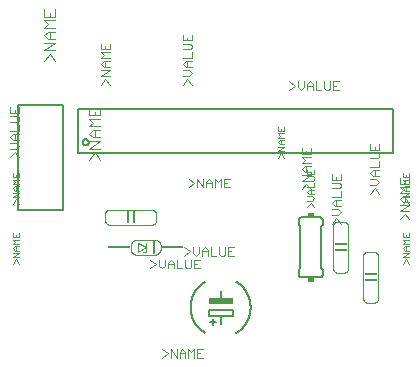
<source format=gto>
G75*
%MOIN*%
%OFA0B0*%
%FSLAX25Y25*%
%IPPOS*%
%LPD*%
%AMOC8*
5,1,8,0,0,1.08239X$1,22.5*
%
%ADD10C,0.00400*%
%ADD11C,0.00300*%
%ADD12R,0.01000X0.04000*%
%ADD13R,0.04000X0.01000*%
%ADD14C,0.00600*%
%ADD15R,0.08000X0.02000*%
%ADD16R,0.07250X0.00800*%
%ADD17R,0.01000X0.05000*%
%ADD18C,0.00500*%
%ADD19C,0.00200*%
%ADD20R,0.02000X0.01500*%
D10*
X0053200Y0043708D02*
X0053200Y0044708D01*
X0053202Y0044795D01*
X0053208Y0044882D01*
X0053217Y0044969D01*
X0053230Y0045055D01*
X0053247Y0045141D01*
X0053268Y0045226D01*
X0053293Y0045309D01*
X0053321Y0045392D01*
X0053352Y0045473D01*
X0053387Y0045553D01*
X0053426Y0045631D01*
X0053468Y0045708D01*
X0053513Y0045783D01*
X0053562Y0045855D01*
X0053613Y0045926D01*
X0053668Y0045994D01*
X0053725Y0046059D01*
X0053786Y0046122D01*
X0053849Y0046183D01*
X0053914Y0046240D01*
X0053982Y0046295D01*
X0054053Y0046346D01*
X0054125Y0046395D01*
X0054200Y0046440D01*
X0054277Y0046482D01*
X0054355Y0046521D01*
X0054435Y0046556D01*
X0054516Y0046587D01*
X0054599Y0046615D01*
X0054682Y0046640D01*
X0054767Y0046661D01*
X0054853Y0046678D01*
X0054939Y0046691D01*
X0055026Y0046700D01*
X0055113Y0046706D01*
X0055200Y0046708D01*
X0061200Y0046708D01*
X0061287Y0046706D01*
X0061374Y0046700D01*
X0061461Y0046691D01*
X0061547Y0046678D01*
X0061633Y0046661D01*
X0061718Y0046640D01*
X0061801Y0046615D01*
X0061884Y0046587D01*
X0061965Y0046556D01*
X0062045Y0046521D01*
X0062123Y0046482D01*
X0062200Y0046440D01*
X0062275Y0046395D01*
X0062347Y0046346D01*
X0062418Y0046295D01*
X0062486Y0046240D01*
X0062551Y0046183D01*
X0062614Y0046122D01*
X0062675Y0046059D01*
X0062732Y0045994D01*
X0062787Y0045926D01*
X0062838Y0045855D01*
X0062887Y0045783D01*
X0062932Y0045708D01*
X0062974Y0045631D01*
X0063013Y0045553D01*
X0063048Y0045473D01*
X0063079Y0045392D01*
X0063107Y0045309D01*
X0063132Y0045226D01*
X0063153Y0045141D01*
X0063170Y0045055D01*
X0063183Y0044969D01*
X0063192Y0044882D01*
X0063198Y0044795D01*
X0063200Y0044708D01*
X0063200Y0043708D01*
X0063198Y0043621D01*
X0063192Y0043534D01*
X0063183Y0043447D01*
X0063170Y0043361D01*
X0063153Y0043275D01*
X0063132Y0043190D01*
X0063107Y0043107D01*
X0063079Y0043024D01*
X0063048Y0042943D01*
X0063013Y0042863D01*
X0062974Y0042785D01*
X0062932Y0042708D01*
X0062887Y0042633D01*
X0062838Y0042561D01*
X0062787Y0042490D01*
X0062732Y0042422D01*
X0062675Y0042357D01*
X0062614Y0042294D01*
X0062551Y0042233D01*
X0062486Y0042176D01*
X0062418Y0042121D01*
X0062347Y0042070D01*
X0062275Y0042021D01*
X0062200Y0041976D01*
X0062123Y0041934D01*
X0062045Y0041895D01*
X0061965Y0041860D01*
X0061884Y0041829D01*
X0061801Y0041801D01*
X0061718Y0041776D01*
X0061633Y0041755D01*
X0061547Y0041738D01*
X0061461Y0041725D01*
X0061374Y0041716D01*
X0061287Y0041710D01*
X0061200Y0041708D01*
X0055200Y0041708D01*
X0055113Y0041710D01*
X0055026Y0041716D01*
X0054939Y0041725D01*
X0054853Y0041738D01*
X0054767Y0041755D01*
X0054682Y0041776D01*
X0054599Y0041801D01*
X0054516Y0041829D01*
X0054435Y0041860D01*
X0054355Y0041895D01*
X0054277Y0041934D01*
X0054200Y0041976D01*
X0054125Y0042021D01*
X0054053Y0042070D01*
X0053982Y0042121D01*
X0053914Y0042176D01*
X0053849Y0042233D01*
X0053786Y0042294D01*
X0053725Y0042357D01*
X0053668Y0042422D01*
X0053613Y0042490D01*
X0053562Y0042561D01*
X0053513Y0042633D01*
X0053468Y0042708D01*
X0053426Y0042785D01*
X0053387Y0042863D01*
X0053352Y0042943D01*
X0053321Y0043024D01*
X0053293Y0043107D01*
X0053268Y0043190D01*
X0053247Y0043275D01*
X0053230Y0043361D01*
X0053217Y0043447D01*
X0053208Y0043534D01*
X0053202Y0043621D01*
X0053200Y0043708D01*
X0046200Y0051708D02*
X0060200Y0051708D01*
X0060276Y0051710D01*
X0060352Y0051716D01*
X0060427Y0051725D01*
X0060502Y0051739D01*
X0060576Y0051756D01*
X0060649Y0051777D01*
X0060721Y0051801D01*
X0060792Y0051830D01*
X0060861Y0051861D01*
X0060928Y0051896D01*
X0060993Y0051935D01*
X0061057Y0051977D01*
X0061118Y0052022D01*
X0061177Y0052070D01*
X0061233Y0052121D01*
X0061287Y0052175D01*
X0061338Y0052231D01*
X0061386Y0052290D01*
X0061431Y0052351D01*
X0061473Y0052415D01*
X0061512Y0052480D01*
X0061547Y0052547D01*
X0061578Y0052616D01*
X0061607Y0052687D01*
X0061631Y0052759D01*
X0061652Y0052832D01*
X0061669Y0052906D01*
X0061683Y0052981D01*
X0061692Y0053056D01*
X0061698Y0053132D01*
X0061700Y0053208D01*
X0061700Y0055208D01*
X0061698Y0055284D01*
X0061692Y0055360D01*
X0061683Y0055435D01*
X0061669Y0055510D01*
X0061652Y0055584D01*
X0061631Y0055657D01*
X0061607Y0055729D01*
X0061578Y0055800D01*
X0061547Y0055869D01*
X0061512Y0055936D01*
X0061473Y0056001D01*
X0061431Y0056065D01*
X0061386Y0056126D01*
X0061338Y0056185D01*
X0061287Y0056241D01*
X0061233Y0056295D01*
X0061177Y0056346D01*
X0061118Y0056394D01*
X0061057Y0056439D01*
X0060993Y0056481D01*
X0060928Y0056520D01*
X0060861Y0056555D01*
X0060792Y0056586D01*
X0060721Y0056615D01*
X0060649Y0056639D01*
X0060576Y0056660D01*
X0060502Y0056677D01*
X0060427Y0056691D01*
X0060352Y0056700D01*
X0060276Y0056706D01*
X0060200Y0056708D01*
X0046200Y0056708D01*
X0046124Y0056706D01*
X0046048Y0056700D01*
X0045973Y0056691D01*
X0045898Y0056677D01*
X0045824Y0056660D01*
X0045751Y0056639D01*
X0045679Y0056615D01*
X0045608Y0056586D01*
X0045539Y0056555D01*
X0045472Y0056520D01*
X0045407Y0056481D01*
X0045343Y0056439D01*
X0045282Y0056394D01*
X0045223Y0056346D01*
X0045167Y0056295D01*
X0045113Y0056241D01*
X0045062Y0056185D01*
X0045014Y0056126D01*
X0044969Y0056065D01*
X0044927Y0056001D01*
X0044888Y0055936D01*
X0044853Y0055869D01*
X0044822Y0055800D01*
X0044793Y0055729D01*
X0044769Y0055657D01*
X0044748Y0055584D01*
X0044731Y0055510D01*
X0044717Y0055435D01*
X0044708Y0055360D01*
X0044702Y0055284D01*
X0044700Y0055208D01*
X0044700Y0053208D01*
X0044702Y0053132D01*
X0044708Y0053056D01*
X0044717Y0052981D01*
X0044731Y0052906D01*
X0044748Y0052832D01*
X0044769Y0052759D01*
X0044793Y0052687D01*
X0044822Y0052616D01*
X0044853Y0052547D01*
X0044888Y0052480D01*
X0044927Y0052415D01*
X0044969Y0052351D01*
X0045014Y0052290D01*
X0045062Y0052231D01*
X0045113Y0052175D01*
X0045167Y0052121D01*
X0045223Y0052070D01*
X0045282Y0052022D01*
X0045343Y0051977D01*
X0045407Y0051935D01*
X0045472Y0051896D01*
X0045539Y0051861D01*
X0045608Y0051830D01*
X0045679Y0051801D01*
X0045751Y0051777D01*
X0045824Y0051756D01*
X0045898Y0051739D01*
X0045973Y0051725D01*
X0046048Y0051716D01*
X0046124Y0051710D01*
X0046200Y0051708D01*
X0028000Y0106348D02*
X0026198Y0108750D01*
X0024397Y0106348D01*
X0024397Y0110032D02*
X0028000Y0112434D01*
X0024397Y0112434D01*
X0025598Y0113715D02*
X0024397Y0114916D01*
X0025598Y0116117D01*
X0028000Y0116117D01*
X0028000Y0117398D02*
X0024397Y0117398D01*
X0025598Y0118599D01*
X0024397Y0119800D01*
X0028000Y0119800D01*
X0028000Y0121081D02*
X0028000Y0123483D01*
X0028000Y0121081D02*
X0024397Y0121081D01*
X0024397Y0123483D01*
X0026198Y0122282D02*
X0026198Y0121081D01*
X0026198Y0116117D02*
X0026198Y0113715D01*
X0025598Y0113715D02*
X0028000Y0113715D01*
X0028000Y0110032D02*
X0024397Y0110032D01*
X0120700Y0051208D02*
X0120700Y0037208D01*
X0120702Y0037132D01*
X0120708Y0037056D01*
X0120717Y0036981D01*
X0120731Y0036906D01*
X0120748Y0036832D01*
X0120769Y0036759D01*
X0120793Y0036687D01*
X0120822Y0036616D01*
X0120853Y0036547D01*
X0120888Y0036480D01*
X0120927Y0036415D01*
X0120969Y0036351D01*
X0121014Y0036290D01*
X0121062Y0036231D01*
X0121113Y0036175D01*
X0121167Y0036121D01*
X0121223Y0036070D01*
X0121282Y0036022D01*
X0121343Y0035977D01*
X0121407Y0035935D01*
X0121472Y0035896D01*
X0121539Y0035861D01*
X0121608Y0035830D01*
X0121679Y0035801D01*
X0121751Y0035777D01*
X0121824Y0035756D01*
X0121898Y0035739D01*
X0121973Y0035725D01*
X0122048Y0035716D01*
X0122124Y0035710D01*
X0122200Y0035708D01*
X0124200Y0035708D01*
X0124276Y0035710D01*
X0124352Y0035716D01*
X0124427Y0035725D01*
X0124502Y0035739D01*
X0124576Y0035756D01*
X0124649Y0035777D01*
X0124721Y0035801D01*
X0124792Y0035830D01*
X0124861Y0035861D01*
X0124928Y0035896D01*
X0124993Y0035935D01*
X0125057Y0035977D01*
X0125118Y0036022D01*
X0125177Y0036070D01*
X0125233Y0036121D01*
X0125287Y0036175D01*
X0125338Y0036231D01*
X0125386Y0036290D01*
X0125431Y0036351D01*
X0125473Y0036415D01*
X0125512Y0036480D01*
X0125547Y0036547D01*
X0125578Y0036616D01*
X0125607Y0036687D01*
X0125631Y0036759D01*
X0125652Y0036832D01*
X0125669Y0036906D01*
X0125683Y0036981D01*
X0125692Y0037056D01*
X0125698Y0037132D01*
X0125700Y0037208D01*
X0125700Y0051208D01*
X0125698Y0051284D01*
X0125692Y0051360D01*
X0125683Y0051435D01*
X0125669Y0051510D01*
X0125652Y0051584D01*
X0125631Y0051657D01*
X0125607Y0051729D01*
X0125578Y0051800D01*
X0125547Y0051869D01*
X0125512Y0051936D01*
X0125473Y0052001D01*
X0125431Y0052065D01*
X0125386Y0052126D01*
X0125338Y0052185D01*
X0125287Y0052241D01*
X0125233Y0052295D01*
X0125177Y0052346D01*
X0125118Y0052394D01*
X0125057Y0052439D01*
X0124993Y0052481D01*
X0124928Y0052520D01*
X0124861Y0052555D01*
X0124792Y0052586D01*
X0124721Y0052615D01*
X0124649Y0052639D01*
X0124576Y0052660D01*
X0124502Y0052677D01*
X0124427Y0052691D01*
X0124352Y0052700D01*
X0124276Y0052706D01*
X0124200Y0052708D01*
X0122200Y0052708D01*
X0122124Y0052706D01*
X0122048Y0052700D01*
X0121973Y0052691D01*
X0121898Y0052677D01*
X0121824Y0052660D01*
X0121751Y0052639D01*
X0121679Y0052615D01*
X0121608Y0052586D01*
X0121539Y0052555D01*
X0121472Y0052520D01*
X0121407Y0052481D01*
X0121343Y0052439D01*
X0121282Y0052394D01*
X0121223Y0052346D01*
X0121167Y0052295D01*
X0121113Y0052241D01*
X0121062Y0052185D01*
X0121014Y0052126D01*
X0120969Y0052065D01*
X0120927Y0052001D01*
X0120888Y0051936D01*
X0120853Y0051869D01*
X0120822Y0051800D01*
X0120793Y0051729D01*
X0120769Y0051657D01*
X0120748Y0051584D01*
X0120731Y0051510D01*
X0120717Y0051435D01*
X0120708Y0051360D01*
X0120702Y0051284D01*
X0120700Y0051208D01*
X0130700Y0041208D02*
X0130700Y0027208D01*
X0130702Y0027132D01*
X0130708Y0027056D01*
X0130717Y0026981D01*
X0130731Y0026906D01*
X0130748Y0026832D01*
X0130769Y0026759D01*
X0130793Y0026687D01*
X0130822Y0026616D01*
X0130853Y0026547D01*
X0130888Y0026480D01*
X0130927Y0026415D01*
X0130969Y0026351D01*
X0131014Y0026290D01*
X0131062Y0026231D01*
X0131113Y0026175D01*
X0131167Y0026121D01*
X0131223Y0026070D01*
X0131282Y0026022D01*
X0131343Y0025977D01*
X0131407Y0025935D01*
X0131472Y0025896D01*
X0131539Y0025861D01*
X0131608Y0025830D01*
X0131679Y0025801D01*
X0131751Y0025777D01*
X0131824Y0025756D01*
X0131898Y0025739D01*
X0131973Y0025725D01*
X0132048Y0025716D01*
X0132124Y0025710D01*
X0132200Y0025708D01*
X0134200Y0025708D01*
X0134276Y0025710D01*
X0134352Y0025716D01*
X0134427Y0025725D01*
X0134502Y0025739D01*
X0134576Y0025756D01*
X0134649Y0025777D01*
X0134721Y0025801D01*
X0134792Y0025830D01*
X0134861Y0025861D01*
X0134928Y0025896D01*
X0134993Y0025935D01*
X0135057Y0025977D01*
X0135118Y0026022D01*
X0135177Y0026070D01*
X0135233Y0026121D01*
X0135287Y0026175D01*
X0135338Y0026231D01*
X0135386Y0026290D01*
X0135431Y0026351D01*
X0135473Y0026415D01*
X0135512Y0026480D01*
X0135547Y0026547D01*
X0135578Y0026616D01*
X0135607Y0026687D01*
X0135631Y0026759D01*
X0135652Y0026832D01*
X0135669Y0026906D01*
X0135683Y0026981D01*
X0135692Y0027056D01*
X0135698Y0027132D01*
X0135700Y0027208D01*
X0135700Y0041208D01*
X0135698Y0041284D01*
X0135692Y0041360D01*
X0135683Y0041435D01*
X0135669Y0041510D01*
X0135652Y0041584D01*
X0135631Y0041657D01*
X0135607Y0041729D01*
X0135578Y0041800D01*
X0135547Y0041869D01*
X0135512Y0041936D01*
X0135473Y0042001D01*
X0135431Y0042065D01*
X0135386Y0042126D01*
X0135338Y0042185D01*
X0135287Y0042241D01*
X0135233Y0042295D01*
X0135177Y0042346D01*
X0135118Y0042394D01*
X0135057Y0042439D01*
X0134993Y0042481D01*
X0134928Y0042520D01*
X0134861Y0042555D01*
X0134792Y0042586D01*
X0134721Y0042615D01*
X0134649Y0042639D01*
X0134576Y0042660D01*
X0134502Y0042677D01*
X0134427Y0042691D01*
X0134352Y0042700D01*
X0134276Y0042706D01*
X0134200Y0042708D01*
X0132200Y0042708D01*
X0132124Y0042706D01*
X0132048Y0042700D01*
X0131973Y0042691D01*
X0131898Y0042677D01*
X0131824Y0042660D01*
X0131751Y0042639D01*
X0131679Y0042615D01*
X0131608Y0042586D01*
X0131539Y0042555D01*
X0131472Y0042520D01*
X0131407Y0042481D01*
X0131343Y0042439D01*
X0131282Y0042394D01*
X0131223Y0042346D01*
X0131167Y0042295D01*
X0131113Y0042241D01*
X0131062Y0042185D01*
X0131014Y0042126D01*
X0130969Y0042065D01*
X0130927Y0042001D01*
X0130888Y0041936D01*
X0130853Y0041869D01*
X0130822Y0041800D01*
X0130793Y0041729D01*
X0130769Y0041657D01*
X0130748Y0041584D01*
X0130731Y0041510D01*
X0130717Y0041435D01*
X0130708Y0041360D01*
X0130702Y0041284D01*
X0130700Y0041208D01*
D11*
X0123250Y0052037D02*
X0121799Y0053972D01*
X0120348Y0052037D01*
X0120348Y0054984D02*
X0122283Y0054984D01*
X0123250Y0055951D01*
X0122283Y0056919D01*
X0120348Y0056919D01*
X0121315Y0057930D02*
X0120348Y0058898D01*
X0121315Y0059865D01*
X0123250Y0059865D01*
X0123250Y0060877D02*
X0123250Y0062812D01*
X0122766Y0063823D02*
X0123250Y0064307D01*
X0123250Y0065274D01*
X0122766Y0065758D01*
X0120348Y0065758D01*
X0120348Y0066770D02*
X0123250Y0066770D01*
X0123250Y0068705D01*
X0121799Y0067737D02*
X0121799Y0066770D01*
X0120348Y0066770D02*
X0120348Y0068705D01*
X0120348Y0063823D02*
X0122766Y0063823D01*
X0123250Y0060877D02*
X0120348Y0060877D01*
X0121799Y0059865D02*
X0121799Y0057930D01*
X0121315Y0057930D02*
X0123250Y0057930D01*
X0133148Y0062037D02*
X0134599Y0063972D01*
X0136050Y0062037D01*
X0135083Y0064984D02*
X0133148Y0064984D01*
X0135083Y0064984D02*
X0136050Y0065951D01*
X0135083Y0066919D01*
X0133148Y0066919D01*
X0134115Y0067930D02*
X0133148Y0068898D01*
X0134115Y0069865D01*
X0136050Y0069865D01*
X0136050Y0070877D02*
X0133148Y0070877D01*
X0134599Y0069865D02*
X0134599Y0067930D01*
X0134115Y0067930D02*
X0136050Y0067930D01*
X0136050Y0070877D02*
X0136050Y0072812D01*
X0135566Y0073823D02*
X0133148Y0073823D01*
X0133148Y0075758D02*
X0135566Y0075758D01*
X0136050Y0075274D01*
X0136050Y0074307D01*
X0135566Y0073823D01*
X0136050Y0076770D02*
X0133148Y0076770D01*
X0133148Y0078705D01*
X0134599Y0077737D02*
X0134599Y0076770D01*
X0136050Y0076770D02*
X0136050Y0078705D01*
X0143148Y0067231D02*
X0143148Y0065296D01*
X0146050Y0065296D01*
X0146050Y0067231D01*
X0144599Y0066264D02*
X0144599Y0065296D01*
X0143148Y0064285D02*
X0146050Y0064285D01*
X0146050Y0062350D02*
X0143148Y0062350D01*
X0144115Y0063317D01*
X0143148Y0064285D01*
X0144115Y0061338D02*
X0146050Y0061338D01*
X0144599Y0061338D02*
X0144599Y0059403D01*
X0144115Y0059403D02*
X0146050Y0059403D01*
X0146050Y0058392D02*
X0143148Y0058392D01*
X0144115Y0059403D02*
X0143148Y0060371D01*
X0144115Y0061338D01*
X0146050Y0058392D02*
X0143148Y0056457D01*
X0146050Y0056457D01*
X0144599Y0055445D02*
X0146050Y0053510D01*
X0144599Y0055445D02*
X0143148Y0053510D01*
X0113250Y0063510D02*
X0111799Y0065445D01*
X0110348Y0063510D01*
X0110348Y0066457D02*
X0113250Y0068392D01*
X0110348Y0068392D01*
X0111315Y0069403D02*
X0110348Y0070371D01*
X0111315Y0071338D01*
X0113250Y0071338D01*
X0113250Y0072350D02*
X0110348Y0072350D01*
X0111315Y0073317D01*
X0110348Y0074285D01*
X0113250Y0074285D01*
X0113250Y0075296D02*
X0110348Y0075296D01*
X0110348Y0077231D01*
X0111799Y0076264D02*
X0111799Y0075296D01*
X0113250Y0075296D02*
X0113250Y0077231D01*
X0111799Y0071338D02*
X0111799Y0069403D01*
X0111315Y0069403D02*
X0113250Y0069403D01*
X0113250Y0066457D02*
X0110348Y0066457D01*
X0086223Y0067060D02*
X0084288Y0067060D01*
X0084288Y0064158D01*
X0086223Y0064158D01*
X0085256Y0065609D02*
X0084288Y0065609D01*
X0083277Y0067060D02*
X0083277Y0064158D01*
X0081342Y0064158D02*
X0081342Y0067060D01*
X0082309Y0066093D01*
X0083277Y0067060D01*
X0080330Y0066093D02*
X0080330Y0064158D01*
X0080330Y0065609D02*
X0078395Y0065609D01*
X0078395Y0066093D02*
X0079363Y0067060D01*
X0080330Y0066093D01*
X0078395Y0066093D02*
X0078395Y0064158D01*
X0077384Y0064158D02*
X0077384Y0067060D01*
X0075449Y0067060D02*
X0075449Y0064158D01*
X0074437Y0065609D02*
X0072502Y0064158D01*
X0074437Y0065609D02*
X0072502Y0067060D01*
X0075449Y0067060D02*
X0077384Y0064158D01*
X0058450Y0045708D02*
X0058450Y0044208D01*
X0058450Y0042708D01*
X0057200Y0042708D01*
X0055700Y0042708D02*
X0058450Y0044208D01*
X0055700Y0045708D01*
X0055700Y0042708D01*
X0059671Y0040060D02*
X0061606Y0038609D01*
X0059671Y0037158D01*
X0062617Y0038125D02*
X0062617Y0040060D01*
X0062617Y0038125D02*
X0063585Y0037158D01*
X0064552Y0038125D01*
X0064552Y0040060D01*
X0065564Y0039093D02*
X0066531Y0040060D01*
X0067499Y0039093D01*
X0067499Y0037158D01*
X0068510Y0037158D02*
X0070445Y0037158D01*
X0071457Y0037642D02*
X0071941Y0037158D01*
X0072908Y0037158D01*
X0073392Y0037642D01*
X0073392Y0040060D01*
X0074403Y0040060D02*
X0074403Y0037158D01*
X0076338Y0037158D01*
X0075371Y0038609D02*
X0074403Y0038609D01*
X0074403Y0040060D02*
X0076338Y0040060D01*
X0076922Y0041358D02*
X0076922Y0043293D01*
X0077890Y0044260D01*
X0078857Y0043293D01*
X0078857Y0041358D01*
X0079869Y0041358D02*
X0081804Y0041358D01*
X0082815Y0041842D02*
X0083299Y0041358D01*
X0084266Y0041358D01*
X0084750Y0041842D01*
X0084750Y0044260D01*
X0085762Y0044260D02*
X0085762Y0041358D01*
X0087697Y0041358D01*
X0086729Y0042809D02*
X0085762Y0042809D01*
X0085762Y0044260D02*
X0087697Y0044260D01*
X0082815Y0044260D02*
X0082815Y0041842D01*
X0079869Y0041358D02*
X0079869Y0044260D01*
X0078857Y0042809D02*
X0076922Y0042809D01*
X0075911Y0042325D02*
X0075911Y0044260D01*
X0075911Y0042325D02*
X0074943Y0041358D01*
X0073976Y0042325D01*
X0073976Y0044260D01*
X0072964Y0042809D02*
X0071029Y0041358D01*
X0071457Y0040060D02*
X0071457Y0037642D01*
X0068510Y0037158D02*
X0068510Y0040060D01*
X0067499Y0038609D02*
X0065564Y0038609D01*
X0065564Y0039093D02*
X0065564Y0037158D01*
X0071029Y0044260D02*
X0072964Y0042809D01*
X0072457Y0010260D02*
X0073424Y0009293D01*
X0074392Y0010260D01*
X0074392Y0007358D01*
X0075403Y0007358D02*
X0077338Y0007358D01*
X0076371Y0008809D02*
X0075403Y0008809D01*
X0075403Y0010260D02*
X0075403Y0007358D01*
X0072457Y0007358D02*
X0072457Y0010260D01*
X0071445Y0009293D02*
X0071445Y0007358D01*
X0071445Y0008809D02*
X0069510Y0008809D01*
X0069510Y0009293D02*
X0070478Y0010260D01*
X0071445Y0009293D01*
X0069510Y0009293D02*
X0069510Y0007358D01*
X0068499Y0007358D02*
X0068499Y0010260D01*
X0066564Y0010260D02*
X0068499Y0007358D01*
X0066564Y0007358D02*
X0066564Y0010260D01*
X0065552Y0008809D02*
X0063617Y0007358D01*
X0065552Y0008809D02*
X0063617Y0010260D01*
X0075403Y0010260D02*
X0077338Y0010260D01*
X0043050Y0073442D02*
X0041198Y0075911D01*
X0039347Y0073442D01*
X0039347Y0077125D02*
X0043050Y0079594D01*
X0039347Y0079594D01*
X0040581Y0080808D02*
X0039347Y0082043D01*
X0040581Y0083277D01*
X0043050Y0083277D01*
X0043050Y0084492D02*
X0039347Y0084492D01*
X0040581Y0085726D01*
X0039347Y0086960D01*
X0043050Y0086960D01*
X0043050Y0088175D02*
X0043050Y0090644D01*
X0041198Y0089409D02*
X0041198Y0088175D01*
X0039347Y0088175D02*
X0043050Y0088175D01*
X0039347Y0088175D02*
X0039347Y0090644D01*
X0043348Y0098395D02*
X0044799Y0100330D01*
X0046250Y0098395D01*
X0046250Y0101342D02*
X0043348Y0101342D01*
X0046250Y0103277D01*
X0043348Y0103277D01*
X0044315Y0104288D02*
X0043348Y0105256D01*
X0044315Y0106223D01*
X0046250Y0106223D01*
X0046250Y0107235D02*
X0043348Y0107235D01*
X0044315Y0108202D01*
X0043348Y0109170D01*
X0046250Y0109170D01*
X0046250Y0110181D02*
X0046250Y0112116D01*
X0044799Y0111149D02*
X0044799Y0110181D01*
X0043348Y0110181D02*
X0046250Y0110181D01*
X0043348Y0110181D02*
X0043348Y0112116D01*
X0044799Y0106223D02*
X0044799Y0104288D01*
X0044315Y0104288D02*
X0046250Y0104288D01*
X0041198Y0083277D02*
X0041198Y0080808D01*
X0040581Y0080808D02*
X0043050Y0080808D01*
X0043050Y0077125D02*
X0039347Y0077125D01*
X0016050Y0078093D02*
X0015083Y0077125D01*
X0013148Y0077125D01*
X0014599Y0076114D02*
X0016050Y0074179D01*
X0014599Y0076114D02*
X0013148Y0074179D01*
X0016050Y0078093D02*
X0015083Y0079060D01*
X0013148Y0079060D01*
X0014115Y0080072D02*
X0013148Y0081039D01*
X0014115Y0082007D01*
X0016050Y0082007D01*
X0016050Y0083018D02*
X0016050Y0084953D01*
X0015566Y0085965D02*
X0016050Y0086449D01*
X0016050Y0087416D01*
X0015566Y0087900D01*
X0013148Y0087900D01*
X0013148Y0088911D02*
X0016050Y0088911D01*
X0016050Y0090846D01*
X0014599Y0089879D02*
X0014599Y0088911D01*
X0013148Y0088911D02*
X0013148Y0090846D01*
X0013148Y0085965D02*
X0015566Y0085965D01*
X0016050Y0083018D02*
X0013148Y0083018D01*
X0014599Y0082007D02*
X0014599Y0080072D01*
X0014115Y0080072D02*
X0016050Y0080072D01*
X0070648Y0098395D02*
X0072099Y0100330D01*
X0073550Y0098395D01*
X0072583Y0101342D02*
X0070648Y0101342D01*
X0072583Y0101342D02*
X0073550Y0102309D01*
X0072583Y0103277D01*
X0070648Y0103277D01*
X0071615Y0104288D02*
X0070648Y0105256D01*
X0071615Y0106223D01*
X0073550Y0106223D01*
X0073550Y0107235D02*
X0070648Y0107235D01*
X0072099Y0106223D02*
X0072099Y0104288D01*
X0071615Y0104288D02*
X0073550Y0104288D01*
X0073550Y0107235D02*
X0073550Y0109170D01*
X0073066Y0110181D02*
X0070648Y0110181D01*
X0070648Y0112116D02*
X0073066Y0112116D01*
X0073550Y0111633D01*
X0073550Y0110665D01*
X0073066Y0110181D01*
X0073550Y0113128D02*
X0070648Y0113128D01*
X0070648Y0115063D01*
X0072099Y0114095D02*
X0072099Y0113128D01*
X0073550Y0113128D02*
X0073550Y0115063D01*
X0106029Y0099560D02*
X0107964Y0098109D01*
X0106029Y0096658D01*
X0108976Y0097625D02*
X0108976Y0099560D01*
X0110911Y0099560D02*
X0110911Y0097625D01*
X0109943Y0096658D01*
X0108976Y0097625D01*
X0111922Y0098109D02*
X0113857Y0098109D01*
X0113857Y0098593D02*
X0113857Y0096658D01*
X0114869Y0096658D02*
X0116804Y0096658D01*
X0117815Y0097142D02*
X0118299Y0096658D01*
X0119266Y0096658D01*
X0119750Y0097142D01*
X0119750Y0099560D01*
X0120762Y0099560D02*
X0120762Y0096658D01*
X0122697Y0096658D01*
X0121729Y0098109D02*
X0120762Y0098109D01*
X0120762Y0099560D02*
X0122697Y0099560D01*
X0117815Y0099560D02*
X0117815Y0097142D01*
X0114869Y0096658D02*
X0114869Y0099560D01*
X0113857Y0098593D02*
X0112890Y0099560D01*
X0111922Y0098593D01*
X0111922Y0096658D01*
D12*
X0054200Y0054208D03*
X0052200Y0054208D03*
D13*
X0123200Y0045208D03*
X0123200Y0043208D03*
X0133200Y0035208D03*
X0133200Y0033208D03*
D14*
X0117200Y0035208D02*
X0117200Y0036708D01*
X0116700Y0037208D01*
X0116700Y0051208D01*
X0117200Y0051708D01*
X0117200Y0053208D01*
X0117198Y0053268D01*
X0117193Y0053329D01*
X0117184Y0053388D01*
X0117171Y0053447D01*
X0117155Y0053506D01*
X0117135Y0053563D01*
X0117112Y0053618D01*
X0117085Y0053673D01*
X0117056Y0053725D01*
X0117023Y0053776D01*
X0116987Y0053825D01*
X0116949Y0053871D01*
X0116907Y0053915D01*
X0116863Y0053957D01*
X0116817Y0053995D01*
X0116768Y0054031D01*
X0116717Y0054064D01*
X0116665Y0054093D01*
X0116610Y0054120D01*
X0116555Y0054143D01*
X0116498Y0054163D01*
X0116439Y0054179D01*
X0116380Y0054192D01*
X0116321Y0054201D01*
X0116260Y0054206D01*
X0116200Y0054208D01*
X0110200Y0054208D01*
X0110140Y0054206D01*
X0110079Y0054201D01*
X0110020Y0054192D01*
X0109961Y0054179D01*
X0109902Y0054163D01*
X0109845Y0054143D01*
X0109790Y0054120D01*
X0109735Y0054093D01*
X0109683Y0054064D01*
X0109632Y0054031D01*
X0109583Y0053995D01*
X0109537Y0053957D01*
X0109493Y0053915D01*
X0109451Y0053871D01*
X0109413Y0053825D01*
X0109377Y0053776D01*
X0109344Y0053725D01*
X0109315Y0053673D01*
X0109288Y0053618D01*
X0109265Y0053563D01*
X0109245Y0053506D01*
X0109229Y0053447D01*
X0109216Y0053388D01*
X0109207Y0053329D01*
X0109202Y0053268D01*
X0109200Y0053208D01*
X0109200Y0051708D01*
X0109700Y0051208D01*
X0109700Y0037208D01*
X0109200Y0036708D01*
X0109200Y0035208D01*
X0109202Y0035148D01*
X0109207Y0035087D01*
X0109216Y0035028D01*
X0109229Y0034969D01*
X0109245Y0034910D01*
X0109265Y0034853D01*
X0109288Y0034798D01*
X0109315Y0034743D01*
X0109344Y0034691D01*
X0109377Y0034640D01*
X0109413Y0034591D01*
X0109451Y0034545D01*
X0109493Y0034501D01*
X0109537Y0034459D01*
X0109583Y0034421D01*
X0109632Y0034385D01*
X0109683Y0034352D01*
X0109735Y0034323D01*
X0109790Y0034296D01*
X0109845Y0034273D01*
X0109902Y0034253D01*
X0109961Y0034237D01*
X0110020Y0034224D01*
X0110079Y0034215D01*
X0110140Y0034210D01*
X0110200Y0034208D01*
X0116200Y0034208D01*
X0116260Y0034210D01*
X0116321Y0034215D01*
X0116380Y0034224D01*
X0116439Y0034237D01*
X0116498Y0034253D01*
X0116555Y0034273D01*
X0116610Y0034296D01*
X0116665Y0034323D01*
X0116717Y0034352D01*
X0116768Y0034385D01*
X0116817Y0034421D01*
X0116863Y0034459D01*
X0116907Y0034501D01*
X0116949Y0034545D01*
X0116987Y0034591D01*
X0117023Y0034640D01*
X0117056Y0034691D01*
X0117085Y0034743D01*
X0117112Y0034798D01*
X0117135Y0034853D01*
X0117155Y0034910D01*
X0117171Y0034969D01*
X0117184Y0035028D01*
X0117193Y0035087D01*
X0117198Y0035148D01*
X0117200Y0035208D01*
X0117198Y0035148D01*
X0117193Y0035087D01*
X0117184Y0035028D01*
X0117171Y0034969D01*
X0117155Y0034910D01*
X0117135Y0034853D01*
X0117112Y0034798D01*
X0117085Y0034743D01*
X0117056Y0034691D01*
X0117023Y0034640D01*
X0116987Y0034591D01*
X0116949Y0034545D01*
X0116907Y0034501D01*
X0116863Y0034459D01*
X0116817Y0034421D01*
X0116768Y0034385D01*
X0116717Y0034352D01*
X0116665Y0034323D01*
X0116610Y0034296D01*
X0116555Y0034273D01*
X0116498Y0034253D01*
X0116439Y0034237D01*
X0116380Y0034224D01*
X0116321Y0034215D01*
X0116260Y0034210D01*
X0116200Y0034208D01*
X0110200Y0034208D02*
X0110140Y0034210D01*
X0110079Y0034215D01*
X0110020Y0034224D01*
X0109961Y0034237D01*
X0109902Y0034253D01*
X0109845Y0034273D01*
X0109790Y0034296D01*
X0109735Y0034323D01*
X0109683Y0034352D01*
X0109632Y0034385D01*
X0109583Y0034421D01*
X0109537Y0034459D01*
X0109493Y0034501D01*
X0109451Y0034545D01*
X0109413Y0034591D01*
X0109377Y0034640D01*
X0109344Y0034691D01*
X0109315Y0034743D01*
X0109288Y0034798D01*
X0109265Y0034853D01*
X0109245Y0034910D01*
X0109229Y0034969D01*
X0109216Y0035028D01*
X0109207Y0035087D01*
X0109202Y0035148D01*
X0109200Y0035208D01*
X0109200Y0053208D02*
X0109202Y0053268D01*
X0109207Y0053329D01*
X0109216Y0053388D01*
X0109229Y0053447D01*
X0109245Y0053506D01*
X0109265Y0053563D01*
X0109288Y0053618D01*
X0109315Y0053673D01*
X0109344Y0053725D01*
X0109377Y0053776D01*
X0109413Y0053825D01*
X0109451Y0053871D01*
X0109493Y0053915D01*
X0109537Y0053957D01*
X0109583Y0053995D01*
X0109632Y0054031D01*
X0109683Y0054064D01*
X0109735Y0054093D01*
X0109790Y0054120D01*
X0109845Y0054143D01*
X0109902Y0054163D01*
X0109961Y0054179D01*
X0110020Y0054192D01*
X0110079Y0054201D01*
X0110140Y0054206D01*
X0110200Y0054208D01*
X0116200Y0054208D02*
X0116260Y0054206D01*
X0116321Y0054201D01*
X0116380Y0054192D01*
X0116439Y0054179D01*
X0116498Y0054163D01*
X0116555Y0054143D01*
X0116610Y0054120D01*
X0116665Y0054093D01*
X0116717Y0054064D01*
X0116768Y0054031D01*
X0116817Y0053995D01*
X0116863Y0053957D01*
X0116907Y0053915D01*
X0116949Y0053871D01*
X0116987Y0053825D01*
X0117023Y0053776D01*
X0117056Y0053725D01*
X0117085Y0053673D01*
X0117112Y0053618D01*
X0117135Y0053563D01*
X0117155Y0053506D01*
X0117171Y0053447D01*
X0117184Y0053388D01*
X0117193Y0053329D01*
X0117198Y0053268D01*
X0117200Y0053208D01*
X0140700Y0075708D02*
X0140700Y0090208D01*
X0035700Y0090208D01*
X0035700Y0075708D01*
X0140700Y0075708D01*
X0083200Y0029708D02*
X0083200Y0026708D01*
X0088488Y0032695D02*
X0088694Y0032564D01*
X0088896Y0032427D01*
X0089095Y0032285D01*
X0089291Y0032139D01*
X0089483Y0031988D01*
X0089671Y0031832D01*
X0089855Y0031672D01*
X0090035Y0031507D01*
X0090212Y0031338D01*
X0090384Y0031165D01*
X0090551Y0030987D01*
X0090715Y0030806D01*
X0090874Y0030620D01*
X0091028Y0030431D01*
X0091178Y0030238D01*
X0091322Y0030041D01*
X0091463Y0029841D01*
X0091598Y0029638D01*
X0091728Y0029431D01*
X0091853Y0029221D01*
X0091973Y0029008D01*
X0092087Y0028793D01*
X0092196Y0028574D01*
X0092300Y0028353D01*
X0092399Y0028130D01*
X0092492Y0027904D01*
X0092579Y0027676D01*
X0092661Y0027446D01*
X0092738Y0027214D01*
X0092808Y0026980D01*
X0092873Y0026744D01*
X0092932Y0026507D01*
X0092985Y0026269D01*
X0093033Y0026030D01*
X0093074Y0025789D01*
X0093110Y0025547D01*
X0093140Y0025305D01*
X0093163Y0025062D01*
X0093181Y0024818D01*
X0093193Y0024574D01*
X0093199Y0024330D01*
X0093199Y0024086D01*
X0093193Y0023842D01*
X0093181Y0023598D01*
X0093163Y0023354D01*
X0093140Y0023111D01*
X0093110Y0022869D01*
X0093074Y0022627D01*
X0093033Y0022386D01*
X0092985Y0022147D01*
X0092932Y0021909D01*
X0092873Y0021672D01*
X0092808Y0021436D01*
X0092738Y0021202D01*
X0092661Y0020970D01*
X0092579Y0020740D01*
X0092492Y0020512D01*
X0092399Y0020286D01*
X0092300Y0020063D01*
X0092196Y0019842D01*
X0092087Y0019623D01*
X0091973Y0019408D01*
X0091853Y0019195D01*
X0091728Y0018985D01*
X0091598Y0018778D01*
X0091463Y0018575D01*
X0091322Y0018375D01*
X0091178Y0018178D01*
X0091028Y0017985D01*
X0090874Y0017796D01*
X0090715Y0017610D01*
X0090551Y0017429D01*
X0090384Y0017251D01*
X0090212Y0017078D01*
X0090035Y0016909D01*
X0089855Y0016744D01*
X0089671Y0016584D01*
X0089483Y0016428D01*
X0089291Y0016277D01*
X0089095Y0016131D01*
X0088896Y0015989D01*
X0088694Y0015852D01*
X0088488Y0015721D01*
X0083200Y0018708D02*
X0083200Y0021208D01*
X0079200Y0021208D01*
X0079200Y0023208D01*
X0087200Y0023208D01*
X0087200Y0021208D01*
X0083200Y0021208D01*
X0081700Y0019208D02*
X0079700Y0019208D01*
X0080700Y0018208D02*
X0080700Y0020208D01*
X0077912Y0015721D02*
X0077706Y0015852D01*
X0077504Y0015989D01*
X0077305Y0016131D01*
X0077109Y0016277D01*
X0076917Y0016428D01*
X0076729Y0016584D01*
X0076545Y0016744D01*
X0076365Y0016909D01*
X0076188Y0017078D01*
X0076016Y0017251D01*
X0075849Y0017429D01*
X0075685Y0017610D01*
X0075526Y0017796D01*
X0075372Y0017985D01*
X0075222Y0018178D01*
X0075078Y0018375D01*
X0074937Y0018575D01*
X0074802Y0018778D01*
X0074672Y0018985D01*
X0074547Y0019195D01*
X0074427Y0019408D01*
X0074313Y0019623D01*
X0074204Y0019842D01*
X0074100Y0020063D01*
X0074001Y0020286D01*
X0073908Y0020512D01*
X0073821Y0020740D01*
X0073739Y0020970D01*
X0073662Y0021202D01*
X0073592Y0021436D01*
X0073527Y0021672D01*
X0073468Y0021909D01*
X0073415Y0022147D01*
X0073367Y0022386D01*
X0073326Y0022627D01*
X0073290Y0022869D01*
X0073260Y0023111D01*
X0073237Y0023354D01*
X0073219Y0023598D01*
X0073207Y0023842D01*
X0073201Y0024086D01*
X0073201Y0024330D01*
X0073207Y0024574D01*
X0073219Y0024818D01*
X0073237Y0025062D01*
X0073260Y0025305D01*
X0073290Y0025547D01*
X0073326Y0025789D01*
X0073367Y0026030D01*
X0073415Y0026269D01*
X0073468Y0026507D01*
X0073527Y0026744D01*
X0073592Y0026980D01*
X0073662Y0027214D01*
X0073739Y0027446D01*
X0073821Y0027676D01*
X0073908Y0027904D01*
X0074001Y0028130D01*
X0074100Y0028353D01*
X0074204Y0028574D01*
X0074313Y0028793D01*
X0074427Y0029008D01*
X0074547Y0029221D01*
X0074672Y0029431D01*
X0074802Y0029638D01*
X0074937Y0029841D01*
X0075078Y0030041D01*
X0075222Y0030238D01*
X0075372Y0030431D01*
X0075526Y0030620D01*
X0075685Y0030806D01*
X0075849Y0030987D01*
X0076016Y0031165D01*
X0076188Y0031338D01*
X0076365Y0031507D01*
X0076545Y0031672D01*
X0076729Y0031832D01*
X0076917Y0031988D01*
X0077109Y0032139D01*
X0077305Y0032285D01*
X0077504Y0032427D01*
X0077706Y0032564D01*
X0077912Y0032695D01*
D15*
X0083200Y0026208D03*
D16*
X0067075Y0044208D03*
X0049325Y0044208D03*
D17*
X0060950Y0044208D03*
D18*
X0030700Y0056708D02*
X0030700Y0091708D01*
X0015700Y0091708D01*
X0015700Y0056708D01*
X0030700Y0056708D01*
X0037200Y0079208D02*
X0037202Y0079271D01*
X0037208Y0079333D01*
X0037218Y0079395D01*
X0037231Y0079457D01*
X0037249Y0079517D01*
X0037270Y0079576D01*
X0037295Y0079634D01*
X0037324Y0079690D01*
X0037356Y0079744D01*
X0037391Y0079796D01*
X0037429Y0079845D01*
X0037471Y0079893D01*
X0037515Y0079937D01*
X0037563Y0079979D01*
X0037612Y0080017D01*
X0037664Y0080052D01*
X0037718Y0080084D01*
X0037774Y0080113D01*
X0037832Y0080138D01*
X0037891Y0080159D01*
X0037951Y0080177D01*
X0038013Y0080190D01*
X0038075Y0080200D01*
X0038137Y0080206D01*
X0038200Y0080208D01*
X0038263Y0080206D01*
X0038325Y0080200D01*
X0038387Y0080190D01*
X0038449Y0080177D01*
X0038509Y0080159D01*
X0038568Y0080138D01*
X0038626Y0080113D01*
X0038682Y0080084D01*
X0038736Y0080052D01*
X0038788Y0080017D01*
X0038837Y0079979D01*
X0038885Y0079937D01*
X0038929Y0079893D01*
X0038971Y0079845D01*
X0039009Y0079796D01*
X0039044Y0079744D01*
X0039076Y0079690D01*
X0039105Y0079634D01*
X0039130Y0079576D01*
X0039151Y0079517D01*
X0039169Y0079457D01*
X0039182Y0079395D01*
X0039192Y0079333D01*
X0039198Y0079271D01*
X0039200Y0079208D01*
X0039198Y0079145D01*
X0039192Y0079083D01*
X0039182Y0079021D01*
X0039169Y0078959D01*
X0039151Y0078899D01*
X0039130Y0078840D01*
X0039105Y0078782D01*
X0039076Y0078726D01*
X0039044Y0078672D01*
X0039009Y0078620D01*
X0038971Y0078571D01*
X0038929Y0078523D01*
X0038885Y0078479D01*
X0038837Y0078437D01*
X0038788Y0078399D01*
X0038736Y0078364D01*
X0038682Y0078332D01*
X0038626Y0078303D01*
X0038568Y0078278D01*
X0038509Y0078257D01*
X0038449Y0078239D01*
X0038387Y0078226D01*
X0038325Y0078216D01*
X0038263Y0078210D01*
X0038200Y0078208D01*
X0038137Y0078210D01*
X0038075Y0078216D01*
X0038013Y0078226D01*
X0037951Y0078239D01*
X0037891Y0078257D01*
X0037832Y0078278D01*
X0037774Y0078303D01*
X0037718Y0078332D01*
X0037664Y0078364D01*
X0037612Y0078399D01*
X0037563Y0078437D01*
X0037515Y0078479D01*
X0037471Y0078523D01*
X0037429Y0078571D01*
X0037391Y0078620D01*
X0037356Y0078672D01*
X0037324Y0078726D01*
X0037295Y0078782D01*
X0037270Y0078840D01*
X0037249Y0078899D01*
X0037231Y0078959D01*
X0037218Y0079021D01*
X0037208Y0079083D01*
X0037202Y0079145D01*
X0037200Y0079208D01*
D19*
X0014979Y0040140D02*
X0013878Y0038672D01*
X0014979Y0040140D02*
X0016080Y0038672D01*
X0016080Y0040882D02*
X0013878Y0040882D01*
X0016080Y0042350D01*
X0013878Y0042350D01*
X0014612Y0043092D02*
X0013878Y0043826D01*
X0014612Y0044560D01*
X0016080Y0044560D01*
X0016080Y0045302D02*
X0013878Y0045302D01*
X0014612Y0046036D01*
X0013878Y0046770D01*
X0016080Y0046770D01*
X0016080Y0047512D02*
X0013878Y0047512D01*
X0013878Y0048980D01*
X0014979Y0048246D02*
X0014979Y0047512D01*
X0016080Y0047512D02*
X0016080Y0048980D01*
X0014979Y0044560D02*
X0014979Y0043092D01*
X0014612Y0043092D02*
X0016080Y0043092D01*
X0016080Y0058672D02*
X0014979Y0060140D01*
X0013878Y0058672D01*
X0013878Y0060882D02*
X0016080Y0062350D01*
X0013878Y0062350D01*
X0014612Y0063092D02*
X0013878Y0063826D01*
X0014612Y0064560D01*
X0016080Y0064560D01*
X0016080Y0065302D02*
X0013878Y0065302D01*
X0014612Y0066036D01*
X0013878Y0066770D01*
X0016080Y0066770D01*
X0016080Y0067512D02*
X0016080Y0068980D01*
X0014979Y0068246D02*
X0014979Y0067512D01*
X0013878Y0067512D02*
X0016080Y0067512D01*
X0013878Y0067512D02*
X0013878Y0068980D01*
X0014979Y0064560D02*
X0014979Y0063092D01*
X0014612Y0063092D02*
X0016080Y0063092D01*
X0016080Y0060882D02*
X0013878Y0060882D01*
X0102198Y0074086D02*
X0103299Y0075554D01*
X0104400Y0074086D01*
X0103299Y0075554D01*
X0102198Y0074086D01*
X0102198Y0076296D02*
X0104400Y0077764D01*
X0102198Y0077764D01*
X0104400Y0077764D01*
X0102198Y0076296D01*
X0104400Y0076296D01*
X0102198Y0076296D01*
X0102932Y0078506D02*
X0102198Y0079240D01*
X0102932Y0079973D01*
X0104400Y0079973D01*
X0102932Y0079973D01*
X0102198Y0079240D01*
X0102932Y0078506D01*
X0104400Y0078506D01*
X0102932Y0078506D01*
X0103299Y0078506D02*
X0103299Y0079973D01*
X0103299Y0078506D01*
X0102198Y0080715D02*
X0102932Y0081449D01*
X0102198Y0082183D01*
X0104400Y0082183D01*
X0102198Y0082183D01*
X0102932Y0081449D01*
X0102198Y0080715D01*
X0104400Y0080715D01*
X0102198Y0080715D01*
X0102198Y0082925D02*
X0104400Y0082925D01*
X0104400Y0084393D01*
X0104400Y0082925D01*
X0102198Y0082925D01*
X0102198Y0084393D01*
X0102198Y0082925D01*
X0103299Y0082925D02*
X0103299Y0083659D01*
X0103299Y0082925D01*
X0112098Y0070084D02*
X0112098Y0068617D01*
X0114300Y0068617D01*
X0114300Y0070084D01*
X0113199Y0069351D02*
X0113199Y0068617D01*
X0113933Y0067875D02*
X0112098Y0067875D01*
X0112098Y0066407D02*
X0113933Y0066407D01*
X0114300Y0066774D01*
X0114300Y0067508D01*
X0113933Y0067875D01*
X0114300Y0065665D02*
X0114300Y0064197D01*
X0112098Y0064197D01*
X0112832Y0063455D02*
X0114300Y0063455D01*
X0113199Y0063455D02*
X0113199Y0061987D01*
X0112832Y0061987D02*
X0112098Y0062721D01*
X0112832Y0063455D01*
X0112832Y0061987D02*
X0114300Y0061987D01*
X0113566Y0061245D02*
X0112098Y0061245D01*
X0112098Y0059777D02*
X0113566Y0059777D01*
X0114300Y0060511D01*
X0113566Y0061245D01*
X0113199Y0059035D02*
X0114300Y0057567D01*
X0113199Y0059035D02*
X0112098Y0057567D01*
X0143878Y0058672D02*
X0144979Y0060140D01*
X0146080Y0058672D01*
X0146080Y0060882D02*
X0143878Y0060882D01*
X0146080Y0062350D01*
X0143878Y0062350D01*
X0144612Y0063092D02*
X0143878Y0063826D01*
X0144612Y0064560D01*
X0146080Y0064560D01*
X0146080Y0065302D02*
X0143878Y0065302D01*
X0144612Y0066036D01*
X0143878Y0066770D01*
X0146080Y0066770D01*
X0146080Y0067512D02*
X0146080Y0068980D01*
X0144979Y0068246D02*
X0144979Y0067512D01*
X0143878Y0067512D02*
X0146080Y0067512D01*
X0143878Y0067512D02*
X0143878Y0068980D01*
X0144979Y0064560D02*
X0144979Y0063092D01*
X0144612Y0063092D02*
X0146080Y0063092D01*
X0146080Y0048980D02*
X0146080Y0047512D01*
X0143878Y0047512D01*
X0143878Y0048980D01*
X0144979Y0048246D02*
X0144979Y0047512D01*
X0143878Y0046770D02*
X0146080Y0046770D01*
X0146080Y0045302D02*
X0143878Y0045302D01*
X0144612Y0046036D01*
X0143878Y0046770D01*
X0144612Y0044560D02*
X0143878Y0043826D01*
X0144612Y0043092D01*
X0146080Y0043092D01*
X0146080Y0042350D02*
X0143878Y0042350D01*
X0144979Y0043092D02*
X0144979Y0044560D01*
X0144612Y0044560D02*
X0146080Y0044560D01*
X0146080Y0042350D02*
X0143878Y0040882D01*
X0146080Y0040882D01*
X0144979Y0040140D02*
X0146080Y0038672D01*
X0144979Y0040140D02*
X0143878Y0038672D01*
D20*
X0113200Y0033458D03*
X0113200Y0033458D03*
X0113200Y0054958D03*
X0113200Y0054958D03*
M02*

</source>
